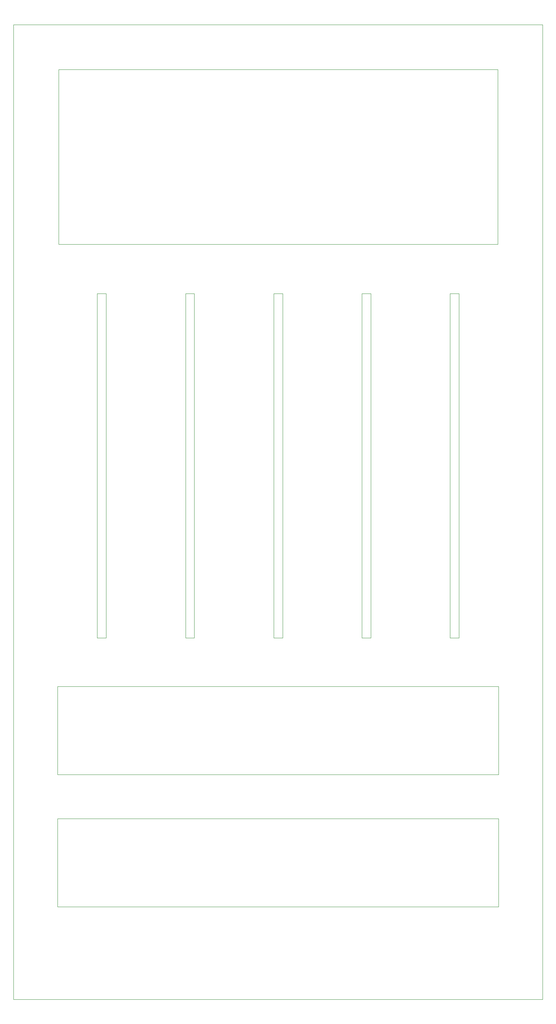
<source format=gbr>
%TF.GenerationSoftware,KiCad,Pcbnew,(6.0.4)*%
%TF.CreationDate,2023-01-30T21:09:23+01:00*%
%TF.ProjectId,Fader_Board_panel,46616465-725f-4426-9f61-72645f70616e,rev?*%
%TF.SameCoordinates,Original*%
%TF.FileFunction,Profile,NP*%
%FSLAX46Y46*%
G04 Gerber Fmt 4.6, Leading zero omitted, Abs format (unit mm)*
G04 Created by KiCad (PCBNEW (6.0.4)) date 2023-01-30 21:09:23*
%MOMM*%
%LPD*%
G01*
G04 APERTURE LIST*
%TA.AperFunction,Profile*%
%ADD10C,0.100000*%
%TD*%
G04 APERTURE END LIST*
D10*
X139000000Y-66000000D02*
X141000000Y-66000000D01*
X141000000Y-66000000D02*
X141000000Y-144000000D01*
X141000000Y-144000000D02*
X139000000Y-144000000D01*
X139000000Y-144000000D02*
X139000000Y-66000000D01*
X119000000Y-144000000D02*
X121000000Y-144000000D01*
X121000000Y-144000000D02*
X121000000Y-66000000D01*
X121000000Y-66000000D02*
X119000000Y-66000000D01*
X119000000Y-66000000D02*
X119000000Y-144000000D01*
X99000000Y-66000000D02*
X101000000Y-66000000D01*
X101000000Y-66000000D02*
X101000000Y-144000000D01*
X101000000Y-144000000D02*
X99000000Y-144000000D01*
X99000000Y-144000000D02*
X99000000Y-66000000D01*
X79000000Y-144000000D02*
X81000000Y-144000000D01*
X81000000Y-144000000D02*
X81000000Y-66000000D01*
X81000000Y-66000000D02*
X79000000Y-66000000D01*
X79000000Y-66000000D02*
X79000000Y-144000000D01*
X59000000Y-66000000D02*
X61000000Y-66000000D01*
X61000000Y-66000000D02*
X61000000Y-144000000D01*
X61000000Y-144000000D02*
X59000000Y-144000000D01*
X59000000Y-144000000D02*
X59000000Y-66000000D01*
X150000000Y-185000000D02*
X50000000Y-185000000D01*
X50000000Y-185000000D02*
X50000000Y-205000000D01*
X50000000Y-205000000D02*
X150000000Y-205000000D01*
X150000000Y-205000000D02*
X150000000Y-185000000D01*
X50000000Y-155000000D02*
X150000000Y-155000000D01*
X150000000Y-155000000D02*
X150000000Y-175000000D01*
X150000000Y-175000000D02*
X50000000Y-175000000D01*
X50000000Y-175000000D02*
X50000000Y-155000000D01*
X40000000Y-5000000D02*
X160000000Y-5000000D01*
X160000000Y-5000000D02*
X160000000Y-226000000D01*
X160000000Y-226000000D02*
X40000000Y-226000000D01*
X40000000Y-226000000D02*
X40000000Y-5000000D01*
X50200000Y-15200000D02*
X149800000Y-15200000D01*
X149800000Y-15200000D02*
X149800000Y-54800000D01*
X149800000Y-54800000D02*
X50200000Y-54800000D01*
X50200000Y-54800000D02*
X50200000Y-15200000D01*
M02*

</source>
